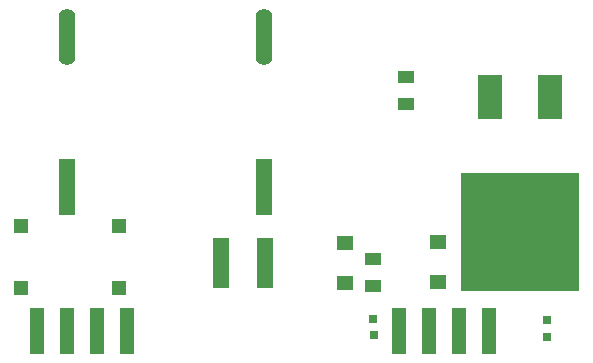
<source format=gbp>
G04*
G04 #@! TF.GenerationSoftware,Altium Limited,Altium Designer,19.0.4 (130)*
G04*
G04 Layer_Color=128*
%FSTAX44Y44*%
%MOMM*%
G71*
G01*
G75*
%ADD12R,1.1430X3.9878*%
%ADD23R,1.4000X1.2000*%
%ADD24R,0.7620X0.7620*%
%ADD25R,1.3970X1.0160*%
%ADD26R,1.4000X4.2000*%
%ADD27O,1.4000X4.8000*%
%ADD28R,1.4000X4.8000*%
%ADD29R,10.0000X10.0000*%
%ADD30R,2.1000X3.8000*%
%ADD31R,1.1938X1.1938*%
D12*
X-001143Y0002413D02*
D03*
X-001397D02*
D03*
X-001651D02*
D03*
X-000889D02*
D03*
X-0042037D02*
D03*
X-0044577D02*
D03*
X-0047117D02*
D03*
X-0039497D02*
D03*
D23*
X-0013208Y0006555D02*
D03*
X-0013208Y0009955D02*
D03*
X-0021082Y0009828D02*
D03*
Y0006428D02*
D03*
D24*
X-0003937Y0001905D02*
D03*
X-00039624Y0003302D02*
D03*
X-0018669Y0003429D02*
D03*
X-00186436Y0002032D02*
D03*
D25*
X-0018669Y00061738D02*
D03*
Y00084598D02*
D03*
X-00159016Y002159D02*
D03*
Y0023876D02*
D03*
D26*
X-0031568Y0008128D02*
D03*
X-0027868D02*
D03*
D27*
X-002794Y0027305D02*
D03*
X-0044577D02*
D03*
D28*
X-002794Y0014605D02*
D03*
X-0044577D02*
D03*
D29*
X-0006223Y0010795D02*
D03*
D30*
X-0008763Y0022245D02*
D03*
X-0003683D02*
D03*
D31*
X-00484759Y00112649D02*
D03*
Y00060071D02*
D03*
X-00401701Y00112649D02*
D03*
Y00060071D02*
D03*
M02*

</source>
